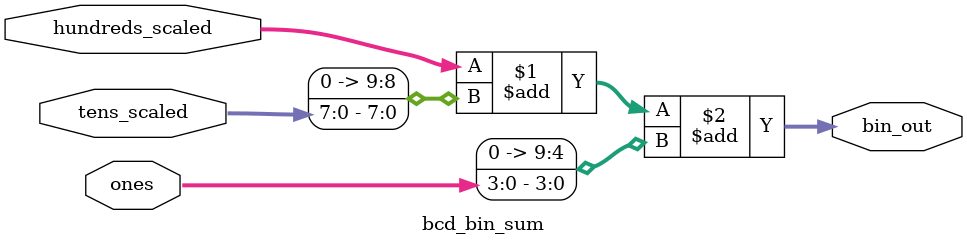
<source format=sv>
module bcd2bin (
    input  wire [11:0] bcd_in,   // 3 BCD digits: {hundreds[11:8], tens[7:4], ones[3:0]}
    output wire [9:0]  bin_out   // Binary output (0~999)
);

    wire [7:0] hundreds_val;
    wire [7:0] tens_val;
    wire [3:0] ones_val;
    wire [9:0] hundreds_scaled;
    wire [7:0] tens_scaled;
    wire [9:0] bin_sum;

    // Extract BCD digits
    bcd_extract u_bcd_extract (
        .bcd_in      (bcd_in),
        .hundreds    (hundreds_val),
        .tens        (tens_val),
        .ones        (ones_val)
    );

    // Multiply hundreds digit by 100 (signed multiplication optimized)
    bcd_scale_hundred u_bcd_scale_hundred (
        .hundreds_in (hundreds_val),
        .hundreds_scaled (hundreds_scaled)
    );

    // Multiply tens digit by 10 (signed multiplication optimized)
    bcd_scale_ten u_bcd_scale_ten (
        .tens_in     (tens_val),
        .tens_scaled (tens_scaled)
    );

    // Sum all parts
    bcd_bin_sum u_bcd_bin_sum (
        .hundreds_scaled (hundreds_scaled),
        .tens_scaled     (tens_scaled),
        .ones            (ones_val),
        .bin_out         (bin_sum)
    );

    assign bin_out = bin_sum;

endmodule

// ----------------------------------------------------------------------
// Submodule: BCD Digit Extractor
// Extracts hundreds, tens, and ones BCD digits from input
// ----------------------------------------------------------------------
module bcd_extract (
    input  wire [11:0] bcd_in,
    output wire [7:0]  hundreds, // 8 bits to match scaling unit
    output wire [7:0]  tens,     // 8 bits to match scaling unit
    output wire [3:0]  ones
);
    assign hundreds = {4'b0, bcd_in[11:8]};
    assign tens     = {4'b0, bcd_in[7:4]};
    assign ones     = bcd_in[3:0];
endmodule

// ----------------------------------------------------------------------
// Submodule: BCD Hundreds Scaler (Signed Optimized Multiplier)
// Multiplies hundreds BCD digit by 100 using signed multiplication algorithm
// ----------------------------------------------------------------------
module bcd_scale_hundred (
    input  wire [7:0] hundreds_in,
    output wire [9:0] hundreds_scaled
);
    wire signed [11:0] signed_hundreds;
    wire signed [11:0] signed_hundred_const;
    wire signed [23:0] signed_mult_result;

    assign signed_hundreds      = $signed({4'b0000, hundreds_in[7:0]}); // sign-extend to 12 bits
    assign signed_hundred_const = 12'sd100; // 12-bit signed constant 100

    assign signed_mult_result   = signed_hundreds * signed_hundred_const;

    assign hundreds_scaled      = signed_mult_result[9:0];
endmodule

// ----------------------------------------------------------------------
// Submodule: BCD Tens Scaler (Signed Optimized Multiplier)
// Multiplies tens BCD digit by 10 using signed multiplication algorithm
// ----------------------------------------------------------------------
module bcd_scale_ten (
    input  wire [7:0] tens_in,
    output wire [7:0] tens_scaled
);
    wire signed [11:0] signed_tens;
    wire signed [11:0] signed_ten_const;
    wire signed [23:0] signed_tens_mult;

    assign signed_tens      = $signed({4'b0000, tens_in[7:0]}); // sign-extend to 12 bits
    assign signed_ten_const = 12'sd10; // 12-bit signed constant 10

    assign signed_tens_mult = signed_tens * signed_ten_const;

    assign tens_scaled      = signed_tens_mult[7:0];
endmodule

// ----------------------------------------------------------------------
// Submodule: BCD to Binary Summer
// Sums scaled hundreds, tens, and ones values to produce the binary output
// ----------------------------------------------------------------------
module bcd_bin_sum (
    input  wire [9:0] hundreds_scaled,
    input  wire [7:0] tens_scaled,
    input  wire [3:0] ones,
    output wire [9:0] bin_out
);
    assign bin_out = hundreds_scaled + {2'b00, tens_scaled} + {6'b000000, ones};
endmodule
</source>
